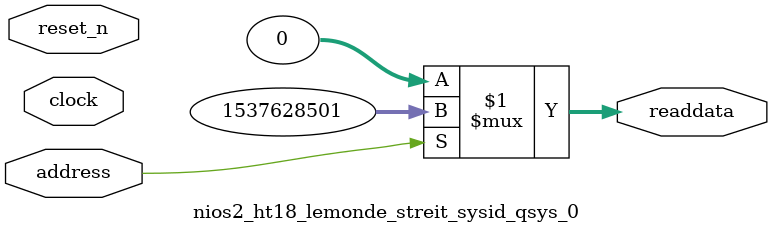
<source format=v>

`timescale 1ns / 1ps
// synthesis translate_on

// turn off superfluous verilog processor warnings 
// altera message_level Level1 
// altera message_off 10034 10035 10036 10037 10230 10240 10030 

module nios2_ht18_lemonde_streit_sysid_qsys_0 (
               // inputs:
                address,
                clock,
                reset_n,

               // outputs:
                readdata
             )
;

  output  [ 31: 0] readdata;
  input            address;
  input            clock;
  input            reset_n;

  wire    [ 31: 0] readdata;
  //control_slave, which is an e_avalon_slave
  assign readdata = address ? 1537628501 : 0;

endmodule




</source>
